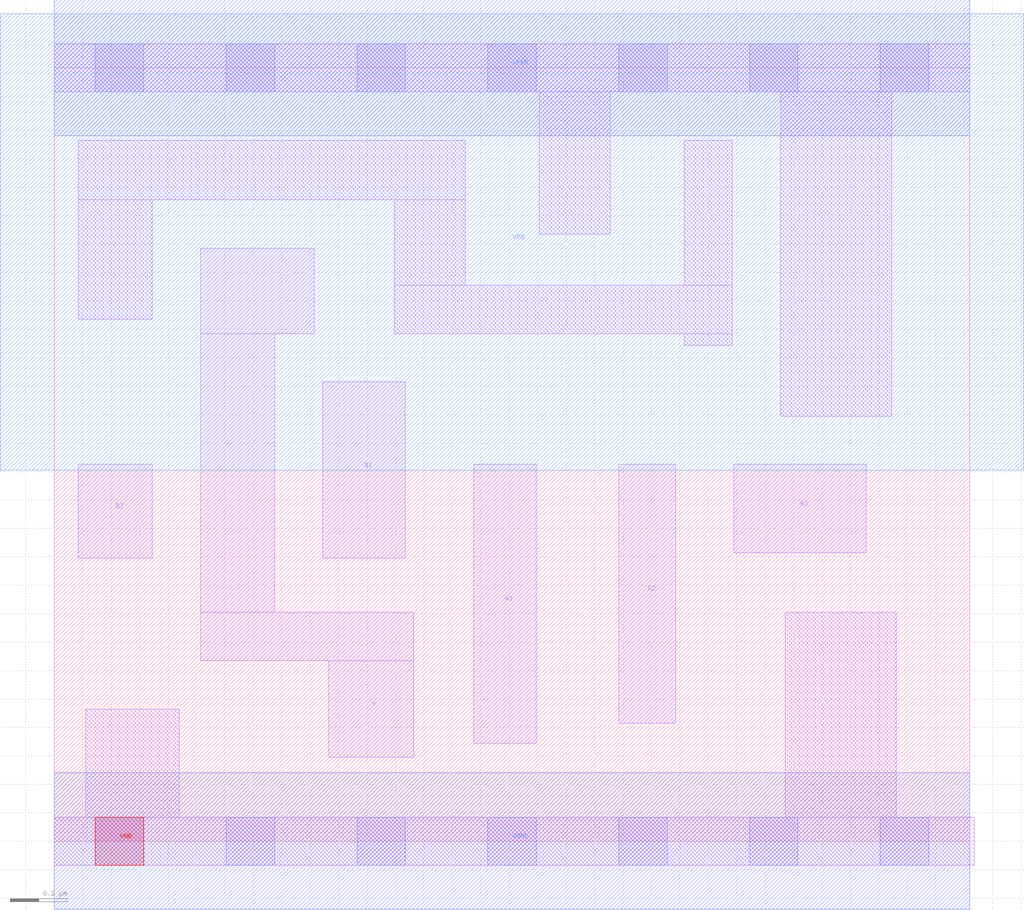
<source format=lef>
# Copyright 2020 The SkyWater PDK Authors
#
# Licensed under the Apache License, Version 2.0 (the "License");
# you may not use this file except in compliance with the License.
# You may obtain a copy of the License at
#
#     https://www.apache.org/licenses/LICENSE-2.0
#
# Unless required by applicable law or agreed to in writing, software
# distributed under the License is distributed on an "AS IS" BASIS,
# WITHOUT WARRANTIES OR CONDITIONS OF ANY KIND, either express or implied.
# See the License for the specific language governing permissions and
# limitations under the License.
#
# SPDX-License-Identifier: Apache-2.0

VERSION 5.7 ;
  NOWIREEXTENSIONATPIN ON ;
  DIVIDERCHAR "/" ;
  BUSBITCHARS "[]" ;
PROPERTYDEFINITIONS
  MACRO maskLayoutSubType STRING ;
  MACRO prCellType STRING ;
  MACRO originalViewName STRING ;
END PROPERTYDEFINITIONS
MACRO sky130_fd_sc_hdll__a32oi_1
  CLASS CORE ;
  FOREIGN sky130_fd_sc_hdll__a32oi_1 ;
  ORIGIN  0.000000  0.000000 ;
  SIZE  3.220000 BY  2.720000 ;
  SYMMETRY X Y R90 ;
  SITE unithd ;
  PIN A1
    ANTENNAGATEAREA  0.277500 ;
    DIRECTION INPUT ;
    USE SIGNAL ;
    PORT
      LAYER li1 ;
        RECT 1.475000 0.345000 1.695000 1.325000 ;
    END
  END A1
  PIN A2
    ANTENNAGATEAREA  0.277500 ;
    DIRECTION INPUT ;
    USE SIGNAL ;
    PORT
      LAYER li1 ;
        RECT 1.985000 0.415000 2.185000 1.325000 ;
    END
  END A2
  PIN A3
    ANTENNAGATEAREA  0.277500 ;
    DIRECTION INPUT ;
    USE SIGNAL ;
    PORT
      LAYER li1 ;
        RECT 2.390000 1.015000 2.855000 1.325000 ;
    END
  END A3
  PIN B1
    ANTENNAGATEAREA  0.277500 ;
    DIRECTION INPUT ;
    USE SIGNAL ;
    PORT
      LAYER li1 ;
        RECT 0.945000 0.995000 1.235000 1.615000 ;
    END
  END B1
  PIN B2
    ANTENNAGATEAREA  0.277500 ;
    DIRECTION INPUT ;
    USE SIGNAL ;
    PORT
      LAYER li1 ;
        RECT 0.085000 0.995000 0.345000 1.325000 ;
    END
  END B2
  PIN VGND
    ANTENNADIFFAREA  0.403000 ;
    DIRECTION INOUT ;
    USE SIGNAL ;
    PORT
      LAYER met1 ;
        RECT 0.000000 -0.240000 3.220000 0.240000 ;
    END
  END VGND
  PIN VNB
    PORT
      LAYER pwell ;
        RECT 0.145000 -0.085000 0.315000 0.085000 ;
    END
  END VNB
  PIN VPB
    PORT
      LAYER nwell ;
        RECT -0.190000 1.305000 3.410000 2.910000 ;
    END
  END VPB
  PIN VPWR
    ANTENNADIFFAREA  0.560000 ;
    DIRECTION INOUT ;
    USE SIGNAL ;
    PORT
      LAYER met1 ;
        RECT 0.000000 2.480000 3.220000 2.960000 ;
    END
  END VPWR
  PIN Y
    ANTENNADIFFAREA  0.634500 ;
    DIRECTION OUTPUT ;
    USE SIGNAL ;
    PORT
      LAYER li1 ;
        RECT 0.515000 0.635000 1.265000 0.805000 ;
        RECT 0.515000 0.805000 0.775000 1.785000 ;
        RECT 0.515000 1.785000 0.915000 2.085000 ;
        RECT 0.965000 0.295000 1.265000 0.635000 ;
    END
  END Y
  OBS
    LAYER li1 ;
      RECT 0.000000 -0.085000 3.235000 0.085000 ;
      RECT 0.000000  2.635000 3.220000 2.805000 ;
      RECT 0.085000  1.835000 0.345000 2.255000 ;
      RECT 0.085000  2.255000 1.445000 2.465000 ;
      RECT 0.110000  0.085000 0.440000 0.465000 ;
      RECT 1.195000  1.785000 2.385000 1.955000 ;
      RECT 1.195000  1.955000 1.445000 2.255000 ;
      RECT 1.705000  2.135000 1.955000 2.635000 ;
      RECT 2.215000  1.745000 2.385000 1.785000 ;
      RECT 2.215000  1.955000 2.385000 2.465000 ;
      RECT 2.555000  1.495000 2.945000 2.635000 ;
      RECT 2.570000  0.085000 2.960000 0.805000 ;
    LAYER mcon ;
      RECT 0.145000 -0.085000 0.315000 0.085000 ;
      RECT 0.145000  2.635000 0.315000 2.805000 ;
      RECT 0.605000 -0.085000 0.775000 0.085000 ;
      RECT 0.605000  2.635000 0.775000 2.805000 ;
      RECT 1.065000 -0.085000 1.235000 0.085000 ;
      RECT 1.065000  2.635000 1.235000 2.805000 ;
      RECT 1.525000 -0.085000 1.695000 0.085000 ;
      RECT 1.525000  2.635000 1.695000 2.805000 ;
      RECT 1.985000 -0.085000 2.155000 0.085000 ;
      RECT 1.985000  2.635000 2.155000 2.805000 ;
      RECT 2.445000 -0.085000 2.615000 0.085000 ;
      RECT 2.445000  2.635000 2.615000 2.805000 ;
      RECT 2.905000 -0.085000 3.075000 0.085000 ;
      RECT 2.905000  2.635000 3.075000 2.805000 ;
  END
  PROPERTY maskLayoutSubType "abstract" ;
  PROPERTY prCellType "standard" ;
  PROPERTY originalViewName "layout" ;
END sky130_fd_sc_hdll__a32oi_1
END LIBRARY

</source>
